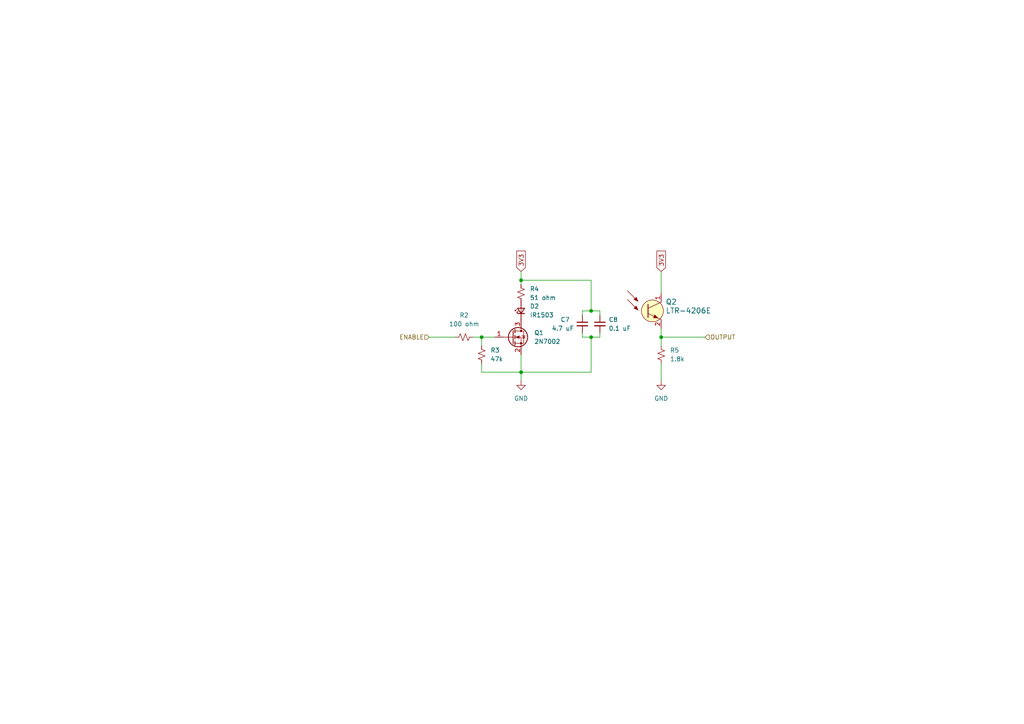
<source format=kicad_sch>
(kicad_sch (version 20230121) (generator eeschema)

  (uuid d56cd9e1-bb18-4761-9155-056c231c8704)

  (paper "A4")

  (lib_symbols
    (symbol "Device:C_Small" (pin_numbers hide) (pin_names (offset 0.254) hide) (in_bom yes) (on_board yes)
      (property "Reference" "C" (at 0.254 1.778 0)
        (effects (font (size 1.27 1.27)) (justify left))
      )
      (property "Value" "C_Small" (at 0.254 -2.032 0)
        (effects (font (size 1.27 1.27)) (justify left))
      )
      (property "Footprint" "" (at 0 0 0)
        (effects (font (size 1.27 1.27)) hide)
      )
      (property "Datasheet" "~" (at 0 0 0)
        (effects (font (size 1.27 1.27)) hide)
      )
      (property "ki_keywords" "capacitor cap" (at 0 0 0)
        (effects (font (size 1.27 1.27)) hide)
      )
      (property "ki_description" "Unpolarized capacitor, small symbol" (at 0 0 0)
        (effects (font (size 1.27 1.27)) hide)
      )
      (property "ki_fp_filters" "C_*" (at 0 0 0)
        (effects (font (size 1.27 1.27)) hide)
      )
      (symbol "C_Small_0_1"
        (polyline
          (pts
            (xy -1.524 -0.508)
            (xy 1.524 -0.508)
          )
          (stroke (width 0.3302) (type default))
          (fill (type none))
        )
        (polyline
          (pts
            (xy -1.524 0.508)
            (xy 1.524 0.508)
          )
          (stroke (width 0.3048) (type default))
          (fill (type none))
        )
      )
      (symbol "C_Small_1_1"
        (pin passive line (at 0 2.54 270) (length 2.032)
          (name "~" (effects (font (size 1.27 1.27))))
          (number "1" (effects (font (size 1.27 1.27))))
        )
        (pin passive line (at 0 -2.54 90) (length 2.032)
          (name "~" (effects (font (size 1.27 1.27))))
          (number "2" (effects (font (size 1.27 1.27))))
        )
      )
    )
    (symbol "Device:LED_Small" (pin_numbers hide) (pin_names (offset 0.254) hide) (in_bom yes) (on_board yes)
      (property "Reference" "D" (at -1.27 3.175 0)
        (effects (font (size 1.27 1.27)) (justify left))
      )
      (property "Value" "LED_Small" (at -4.445 -2.54 0)
        (effects (font (size 1.27 1.27)) (justify left))
      )
      (property "Footprint" "" (at 0 0 90)
        (effects (font (size 1.27 1.27)) hide)
      )
      (property "Datasheet" "~" (at 0 0 90)
        (effects (font (size 1.27 1.27)) hide)
      )
      (property "ki_keywords" "LED diode light-emitting-diode" (at 0 0 0)
        (effects (font (size 1.27 1.27)) hide)
      )
      (property "ki_description" "Light emitting diode, small symbol" (at 0 0 0)
        (effects (font (size 1.27 1.27)) hide)
      )
      (property "ki_fp_filters" "LED* LED_SMD:* LED_THT:*" (at 0 0 0)
        (effects (font (size 1.27 1.27)) hide)
      )
      (symbol "LED_Small_0_1"
        (polyline
          (pts
            (xy -0.762 -1.016)
            (xy -0.762 1.016)
          )
          (stroke (width 0.254) (type default))
          (fill (type none))
        )
        (polyline
          (pts
            (xy 1.016 0)
            (xy -0.762 0)
          )
          (stroke (width 0) (type default))
          (fill (type none))
        )
        (polyline
          (pts
            (xy 0.762 -1.016)
            (xy -0.762 0)
            (xy 0.762 1.016)
            (xy 0.762 -1.016)
          )
          (stroke (width 0.254) (type default))
          (fill (type none))
        )
        (polyline
          (pts
            (xy 0 0.762)
            (xy -0.508 1.27)
            (xy -0.254 1.27)
            (xy -0.508 1.27)
            (xy -0.508 1.016)
          )
          (stroke (width 0) (type default))
          (fill (type none))
        )
        (polyline
          (pts
            (xy 0.508 1.27)
            (xy 0 1.778)
            (xy 0.254 1.778)
            (xy 0 1.778)
            (xy 0 1.524)
          )
          (stroke (width 0) (type default))
          (fill (type none))
        )
      )
      (symbol "LED_Small_1_1"
        (pin passive line (at -2.54 0 0) (length 1.778)
          (name "K" (effects (font (size 1.27 1.27))))
          (number "1" (effects (font (size 1.27 1.27))))
        )
        (pin passive line (at 2.54 0 180) (length 1.778)
          (name "A" (effects (font (size 1.27 1.27))))
          (number "2" (effects (font (size 1.27 1.27))))
        )
      )
    )
    (symbol "Device:R_Small_US" (pin_numbers hide) (pin_names (offset 0.254) hide) (in_bom yes) (on_board yes)
      (property "Reference" "R" (at 0.762 0.508 0)
        (effects (font (size 1.27 1.27)) (justify left))
      )
      (property "Value" "R_Small_US" (at 0.762 -1.016 0)
        (effects (font (size 1.27 1.27)) (justify left))
      )
      (property "Footprint" "" (at 0 0 0)
        (effects (font (size 1.27 1.27)) hide)
      )
      (property "Datasheet" "~" (at 0 0 0)
        (effects (font (size 1.27 1.27)) hide)
      )
      (property "ki_keywords" "r resistor" (at 0 0 0)
        (effects (font (size 1.27 1.27)) hide)
      )
      (property "ki_description" "Resistor, small US symbol" (at 0 0 0)
        (effects (font (size 1.27 1.27)) hide)
      )
      (property "ki_fp_filters" "R_*" (at 0 0 0)
        (effects (font (size 1.27 1.27)) hide)
      )
      (symbol "R_Small_US_1_1"
        (polyline
          (pts
            (xy 0 0)
            (xy 1.016 -0.381)
            (xy 0 -0.762)
            (xy -1.016 -1.143)
            (xy 0 -1.524)
          )
          (stroke (width 0) (type default))
          (fill (type none))
        )
        (polyline
          (pts
            (xy 0 1.524)
            (xy 1.016 1.143)
            (xy 0 0.762)
            (xy -1.016 0.381)
            (xy 0 0)
          )
          (stroke (width 0) (type default))
          (fill (type none))
        )
        (pin passive line (at 0 2.54 270) (length 1.016)
          (name "~" (effects (font (size 1.27 1.27))))
          (number "1" (effects (font (size 1.27 1.27))))
        )
        (pin passive line (at 0 -2.54 90) (length 1.016)
          (name "~" (effects (font (size 1.27 1.27))))
          (number "2" (effects (font (size 1.27 1.27))))
        )
      )
    )
    (symbol "Transistor_FET:2N7002" (pin_names hide) (in_bom yes) (on_board yes)
      (property "Reference" "Q" (at 5.08 1.905 0)
        (effects (font (size 1.27 1.27)) (justify left))
      )
      (property "Value" "2N7002" (at 5.08 0 0)
        (effects (font (size 1.27 1.27)) (justify left))
      )
      (property "Footprint" "Package_TO_SOT_SMD:SOT-23" (at 5.08 -1.905 0)
        (effects (font (size 1.27 1.27) italic) (justify left) hide)
      )
      (property "Datasheet" "https://www.onsemi.com/pub/Collateral/NDS7002A-D.PDF" (at 0 0 0)
        (effects (font (size 1.27 1.27)) (justify left) hide)
      )
      (property "ki_keywords" "N-Channel Switching MOSFET" (at 0 0 0)
        (effects (font (size 1.27 1.27)) hide)
      )
      (property "ki_description" "0.115A Id, 60V Vds, N-Channel MOSFET, SOT-23" (at 0 0 0)
        (effects (font (size 1.27 1.27)) hide)
      )
      (property "ki_fp_filters" "SOT?23*" (at 0 0 0)
        (effects (font (size 1.27 1.27)) hide)
      )
      (symbol "2N7002_0_1"
        (polyline
          (pts
            (xy 0.254 0)
            (xy -2.54 0)
          )
          (stroke (width 0) (type default))
          (fill (type none))
        )
        (polyline
          (pts
            (xy 0.254 1.905)
            (xy 0.254 -1.905)
          )
          (stroke (width 0.254) (type default))
          (fill (type none))
        )
        (polyline
          (pts
            (xy 0.762 -1.27)
            (xy 0.762 -2.286)
          )
          (stroke (width 0.254) (type default))
          (fill (type none))
        )
        (polyline
          (pts
            (xy 0.762 0.508)
            (xy 0.762 -0.508)
          )
          (stroke (width 0.254) (type default))
          (fill (type none))
        )
        (polyline
          (pts
            (xy 0.762 2.286)
            (xy 0.762 1.27)
          )
          (stroke (width 0.254) (type default))
          (fill (type none))
        )
        (polyline
          (pts
            (xy 2.54 2.54)
            (xy 2.54 1.778)
          )
          (stroke (width 0) (type default))
          (fill (type none))
        )
        (polyline
          (pts
            (xy 2.54 -2.54)
            (xy 2.54 0)
            (xy 0.762 0)
          )
          (stroke (width 0) (type default))
          (fill (type none))
        )
        (polyline
          (pts
            (xy 0.762 -1.778)
            (xy 3.302 -1.778)
            (xy 3.302 1.778)
            (xy 0.762 1.778)
          )
          (stroke (width 0) (type default))
          (fill (type none))
        )
        (polyline
          (pts
            (xy 1.016 0)
            (xy 2.032 0.381)
            (xy 2.032 -0.381)
            (xy 1.016 0)
          )
          (stroke (width 0) (type default))
          (fill (type outline))
        )
        (polyline
          (pts
            (xy 2.794 0.508)
            (xy 2.921 0.381)
            (xy 3.683 0.381)
            (xy 3.81 0.254)
          )
          (stroke (width 0) (type default))
          (fill (type none))
        )
        (polyline
          (pts
            (xy 3.302 0.381)
            (xy 2.921 -0.254)
            (xy 3.683 -0.254)
            (xy 3.302 0.381)
          )
          (stroke (width 0) (type default))
          (fill (type none))
        )
        (circle (center 1.651 0) (radius 2.794)
          (stroke (width 0.254) (type default))
          (fill (type none))
        )
        (circle (center 2.54 -1.778) (radius 0.254)
          (stroke (width 0) (type default))
          (fill (type outline))
        )
        (circle (center 2.54 1.778) (radius 0.254)
          (stroke (width 0) (type default))
          (fill (type outline))
        )
      )
      (symbol "2N7002_1_1"
        (pin input line (at -5.08 0 0) (length 2.54)
          (name "G" (effects (font (size 1.27 1.27))))
          (number "1" (effects (font (size 1.27 1.27))))
        )
        (pin passive line (at 2.54 -5.08 90) (length 2.54)
          (name "S" (effects (font (size 1.27 1.27))))
          (number "2" (effects (font (size 1.27 1.27))))
        )
        (pin passive line (at 2.54 5.08 270) (length 2.54)
          (name "D" (effects (font (size 1.27 1.27))))
          (number "3" (effects (font (size 1.27 1.27))))
        )
      )
    )
    (symbol "dk_Optical-Sensors-Phototransistors:LTR-4206E" (pin_names (offset 1.016) hide) (in_bom yes) (on_board yes)
      (property "Reference" "Q" (at -2.54 5.08 0)
        (effects (font (size 1.524 1.524)))
      )
      (property "Value" "LTR-4206E" (at 5.08 0 90)
        (effects (font (size 1.524 1.524)))
      )
      (property "Footprint" "digikey-footprints:LED_3mm_Radial" (at 5.08 5.08 0)
        (effects (font (size 1.524 1.524)) (justify left) hide)
      )
      (property "Datasheet" "http://optoelectronics.liteon.com/upload/download/DS-50-92-0073/R4206E.pdf" (at 5.08 7.62 0)
        (effects (font (size 1.524 1.524)) (justify left) hide)
      )
      (property "Digi-Key_PN" "160-1030-ND" (at 5.08 10.16 0)
        (effects (font (size 1.524 1.524)) (justify left) hide)
      )
      (property "MPN" "LTR-4206E" (at 5.08 12.7 0)
        (effects (font (size 1.524 1.524)) (justify left) hide)
      )
      (property "Category" "Sensors, Transducers" (at 5.08 15.24 0)
        (effects (font (size 1.524 1.524)) (justify left) hide)
      )
      (property "Family" "Optical Sensors - Phototransistors" (at 5.08 17.78 0)
        (effects (font (size 1.524 1.524)) (justify left) hide)
      )
      (property "DK_Datasheet_Link" "http://optoelectronics.liteon.com/upload/download/DS-50-92-0073/R4206E.pdf" (at 5.08 20.32 0)
        (effects (font (size 1.524 1.524)) (justify left) hide)
      )
      (property "DK_Detail_Page" "/product-detail/en/lite-on-inc/LTR-4206E/160-1030-ND/121710" (at 5.08 22.86 0)
        (effects (font (size 1.524 1.524)) (justify left) hide)
      )
      (property "Description" "SENSOR PHOTO 940NM TOP VIEW T1" (at 5.08 25.4 0)
        (effects (font (size 1.524 1.524)) (justify left) hide)
      )
      (property "Manufacturer" "Lite-On Inc." (at 5.08 27.94 0)
        (effects (font (size 1.524 1.524)) (justify left) hide)
      )
      (property "Status" "Active" (at 5.08 30.48 0)
        (effects (font (size 1.524 1.524)) (justify left) hide)
      )
      (property "ki_keywords" "160-1030-ND" (at 0 0 0)
        (effects (font (size 1.27 1.27)) hide)
      )
      (property "ki_description" "SENSOR PHOTO 940NM TOP VIEW T1" (at 0 0 0)
        (effects (font (size 1.27 1.27)) hide)
      )
      (symbol "LTR-4206E_0_1"
        (polyline
          (pts
            (xy -7.239 3.302)
            (xy -4.953 1.016)
          )
          (stroke (width 0) (type solid))
          (fill (type none))
        )
        (polyline
          (pts
            (xy -7.239 5.842)
            (xy -4.953 3.556)
          )
          (stroke (width 0) (type solid))
          (fill (type none))
        )
        (polyline
          (pts
            (xy -1.27 -1.905)
            (xy -1.27 1.905)
          )
          (stroke (width 0.254) (type solid))
          (fill (type none))
        )
        (polyline
          (pts
            (xy -1.27 -0.762)
            (xy 2.54 -2.54)
          )
          (stroke (width 0) (type solid))
          (fill (type none))
        )
        (polyline
          (pts
            (xy -1.27 0.762)
            (xy 2.54 2.54)
          )
          (stroke (width 0) (type solid))
          (fill (type none))
        )
        (polyline
          (pts
            (xy -4.191 0.254)
            (xy -5.334 0.762)
            (xy -4.699 1.397)
            (xy -4.191 0.254)
          )
          (stroke (width 0) (type solid))
          (fill (type outline))
        )
        (polyline
          (pts
            (xy -4.191 2.794)
            (xy -5.334 3.302)
            (xy -4.699 3.937)
            (xy -4.191 2.794)
          )
          (stroke (width 0) (type solid))
          (fill (type outline))
        )
        (polyline
          (pts
            (xy 1.524 -2.032)
            (xy 0.3048 -2.032)
            (xy 0.6604 -1.1684)
            (xy 1.524 -2.032)
          )
          (stroke (width 0) (type solid))
          (fill (type outline))
        )
        (circle (center 0 0) (radius 3.175)
          (stroke (width 0) (type solid))
          (fill (type background))
        )
      )
      (symbol "LTR-4206E_1_1"
        (pin passive line (at 2.54 5.08 270) (length 2.54)
          (name "C" (effects (font (size 1.27 1.27))))
          (number "1" (effects (font (size 1.27 1.27))))
        )
        (pin passive line (at 2.54 -5.08 90) (length 2.54)
          (name "E" (effects (font (size 1.27 1.27))))
          (number "2" (effects (font (size 1.27 1.27))))
        )
      )
    )
    (symbol "power:GND" (power) (pin_names (offset 0)) (in_bom yes) (on_board yes)
      (property "Reference" "#PWR" (at 0 -6.35 0)
        (effects (font (size 1.27 1.27)) hide)
      )
      (property "Value" "GND" (at 0 -3.81 0)
        (effects (font (size 1.27 1.27)))
      )
      (property "Footprint" "" (at 0 0 0)
        (effects (font (size 1.27 1.27)) hide)
      )
      (property "Datasheet" "" (at 0 0 0)
        (effects (font (size 1.27 1.27)) hide)
      )
      (property "ki_keywords" "global power" (at 0 0 0)
        (effects (font (size 1.27 1.27)) hide)
      )
      (property "ki_description" "Power symbol creates a global label with name \"GND\" , ground" (at 0 0 0)
        (effects (font (size 1.27 1.27)) hide)
      )
      (symbol "GND_0_1"
        (polyline
          (pts
            (xy 0 0)
            (xy 0 -1.27)
            (xy 1.27 -1.27)
            (xy 0 -2.54)
            (xy -1.27 -1.27)
            (xy 0 -1.27)
          )
          (stroke (width 0) (type default))
          (fill (type none))
        )
      )
      (symbol "GND_1_1"
        (pin power_in line (at 0 0 270) (length 0) hide
          (name "GND" (effects (font (size 1.27 1.27))))
          (number "1" (effects (font (size 1.27 1.27))))
        )
      )
    )
  )

  (junction (at 191.77 97.79) (diameter 0) (color 0 0 0 0)
    (uuid 13665ee3-b379-43ce-8bb6-d344046224bd)
  )
  (junction (at 171.45 97.79) (diameter 0) (color 0 0 0 0)
    (uuid 9e2f4874-b505-4447-8ae0-9df3eeba9bed)
  )
  (junction (at 151.13 81.28) (diameter 0) (color 0 0 0 0)
    (uuid d5cee8fd-e3ae-4033-8dd8-c8939868bea6)
  )
  (junction (at 139.7 97.79) (diameter 0) (color 0 0 0 0)
    (uuid dd9c566d-ae37-426f-a57c-4c1b4ef60b4f)
  )
  (junction (at 171.45 90.17) (diameter 0) (color 0 0 0 0)
    (uuid ee0f514f-4f95-41a0-9eb8-aca9da6094e4)
  )
  (junction (at 151.13 107.95) (diameter 0) (color 0 0 0 0)
    (uuid f0e71642-8ac9-4342-991e-0fa529b854cd)
  )

  (wire (pts (xy 171.45 90.17) (xy 173.99 90.17))
    (stroke (width 0) (type default))
    (uuid 04dc1dab-306d-45a5-ba45-e8953c979ddb)
  )
  (wire (pts (xy 168.91 90.17) (xy 168.91 91.44))
    (stroke (width 0) (type default))
    (uuid 06cb6774-38fe-48ec-ae4d-08f71c06cb85)
  )
  (wire (pts (xy 171.45 97.79) (xy 171.45 107.95))
    (stroke (width 0) (type default))
    (uuid 0a893e12-091c-4d75-afe2-a4c8045faccf)
  )
  (wire (pts (xy 151.13 107.95) (xy 151.13 110.49))
    (stroke (width 0) (type default))
    (uuid 0a9821a4-e7f3-48f8-876e-3f3e936c41b7)
  )
  (wire (pts (xy 171.45 90.17) (xy 171.45 81.28))
    (stroke (width 0) (type default))
    (uuid 1170ed45-ea9e-4a7f-a727-1ae83caa3d39)
  )
  (wire (pts (xy 139.7 97.79) (xy 143.51 97.79))
    (stroke (width 0) (type default))
    (uuid 231b09f8-62ac-4976-b387-81647ddc8449)
  )
  (wire (pts (xy 191.77 95.25) (xy 191.77 97.79))
    (stroke (width 0) (type default))
    (uuid 263c2b59-b9fe-4f69-926c-0717ee248ca9)
  )
  (wire (pts (xy 191.77 97.79) (xy 191.77 100.33))
    (stroke (width 0) (type default))
    (uuid 45691d99-c94c-469c-8f7f-0fab0ee8f116)
  )
  (wire (pts (xy 151.13 81.28) (xy 171.45 81.28))
    (stroke (width 0) (type default))
    (uuid 64126c08-2c49-472e-9ebd-05a5889c96ce)
  )
  (wire (pts (xy 139.7 97.79) (xy 137.16 97.79))
    (stroke (width 0) (type default))
    (uuid 66bc710c-45f9-4a17-9f37-b2d7347f331f)
  )
  (wire (pts (xy 139.7 105.41) (xy 139.7 107.95))
    (stroke (width 0) (type default))
    (uuid 67802f6f-d555-4696-be0c-26be10afa995)
  )
  (wire (pts (xy 171.45 97.79) (xy 173.99 97.79))
    (stroke (width 0) (type default))
    (uuid 77b96ff9-aa68-49ea-a551-24da1b4d3cb1)
  )
  (wire (pts (xy 168.91 97.79) (xy 171.45 97.79))
    (stroke (width 0) (type default))
    (uuid 7aa50caa-7274-40da-a502-1e56380bf6dd)
  )
  (wire (pts (xy 151.13 78.74) (xy 151.13 81.28))
    (stroke (width 0) (type default))
    (uuid 83a75f58-8851-4f1a-91e1-3228fcd21675)
  )
  (wire (pts (xy 191.77 97.79) (xy 204.47 97.79))
    (stroke (width 0) (type default))
    (uuid 8af7616b-6837-416c-afe1-7bb6dc2bae1f)
  )
  (wire (pts (xy 171.45 107.95) (xy 151.13 107.95))
    (stroke (width 0) (type default))
    (uuid a3206ddf-082d-4c0d-b8fe-511443749491)
  )
  (wire (pts (xy 151.13 107.95) (xy 151.13 102.87))
    (stroke (width 0) (type default))
    (uuid a936027b-53a0-47a1-8908-71be8d44dd14)
  )
  (wire (pts (xy 124.46 97.79) (xy 132.08 97.79))
    (stroke (width 0) (type default))
    (uuid b4929633-db93-4909-a371-ac6da38cf106)
  )
  (wire (pts (xy 173.99 90.17) (xy 173.99 91.44))
    (stroke (width 0) (type default))
    (uuid b51f1a57-c2e7-4695-9fc8-5551106eccc7)
  )
  (wire (pts (xy 191.77 78.74) (xy 191.77 85.09))
    (stroke (width 0) (type default))
    (uuid ba74f558-02ef-42b2-9422-3032cf4124a9)
  )
  (wire (pts (xy 139.7 107.95) (xy 151.13 107.95))
    (stroke (width 0) (type default))
    (uuid c3909012-f2f1-4d17-8403-e318b70a958a)
  )
  (wire (pts (xy 151.13 81.28) (xy 151.13 82.55))
    (stroke (width 0) (type default))
    (uuid c4e6c2c4-9e16-4fea-be68-fb6fdbfb1d74)
  )
  (wire (pts (xy 168.91 97.79) (xy 168.91 96.52))
    (stroke (width 0) (type default))
    (uuid c9cc5c9e-1c57-43e5-af16-f8d3603faddd)
  )
  (wire (pts (xy 191.77 110.49) (xy 191.77 105.41))
    (stroke (width 0) (type default))
    (uuid cc9e75f9-9780-4eaa-834d-b62ee8488ae8)
  )
  (wire (pts (xy 173.99 97.79) (xy 173.99 96.52))
    (stroke (width 0) (type default))
    (uuid ea29e8c8-dcc6-48df-bdc6-78fba3eff0f1)
  )
  (wire (pts (xy 139.7 100.33) (xy 139.7 97.79))
    (stroke (width 0) (type default))
    (uuid ea5e6836-ec92-4025-89c0-30c9943b722a)
  )
  (wire (pts (xy 168.91 90.17) (xy 171.45 90.17))
    (stroke (width 0) (type default))
    (uuid f20d690d-c151-40ee-aba1-bf368ab39318)
  )

  (global_label "3V3" (shape input) (at 191.77 78.74 90) (fields_autoplaced)
    (effects (font (size 1.27 1.27)) (justify left))
    (uuid 352974f5-3d78-445f-9b62-6f27a7d6d829)
    (property "Intersheetrefs" "${INTERSHEET_REFS}" (at 191.77 72.2472 90)
      (effects (font (size 1.27 1.27)) (justify left) hide)
    )
  )
  (global_label "3V3" (shape input) (at 151.13 78.74 90) (fields_autoplaced)
    (effects (font (size 1.27 1.27)) (justify left))
    (uuid d65c0648-3c45-465a-ae82-f33b360b771e)
    (property "Intersheetrefs" "${INTERSHEET_REFS}" (at 151.13 72.2472 90)
      (effects (font (size 1.27 1.27)) (justify left) hide)
    )
  )

  (hierarchical_label "OUTPUT" (shape input) (at 204.47 97.79 0) (fields_autoplaced)
    (effects (font (size 1.27 1.27)) (justify left))
    (uuid 231cd2f7-2799-44cb-8cae-bd15fa2c01eb)
  )
  (hierarchical_label "ENABLE" (shape input) (at 124.46 97.79 180) (fields_autoplaced)
    (effects (font (size 1.27 1.27)) (justify right))
    (uuid 5a18010b-fcd8-497f-8610-75636edd6a18)
  )

  (symbol (lib_id "Device:LED_Small") (at 151.13 90.17 90) (unit 1)
    (in_bom yes) (on_board yes) (dnp no) (fields_autoplaced)
    (uuid 34f3e8a4-4fa9-4797-9756-db477d75c09a)
    (property "Reference" "D2" (at 153.67 88.8365 90)
      (effects (font (size 1.27 1.27)) (justify right))
    )
    (property "Value" "IR1503" (at 153.67 91.3765 90)
      (effects (font (size 1.27 1.27)) (justify right))
    )
    (property "Footprint" "Connector_PinHeader_2.54mm:PinHeader_1x02_P2.54mm_Vertical" (at 151.13 90.17 90)
      (effects (font (size 1.27 1.27)) hide)
    )
    (property "Datasheet" "~" (at 151.13 90.17 90)
      (effects (font (size 1.27 1.27)) hide)
    )
    (pin "2" (uuid 41e3bef6-75e4-4475-86e1-663a397b0430))
    (pin "1" (uuid 7d992d10-9898-430c-baef-f7a7322b5aef))
    (instances
      (project "micromouse"
        (path "/77cbf270-6b61-4f1a-b1cd-1a823bc4a9d0/3781c078-b9d8-475c-8a7e-c9071de7c808"
          (reference "D2") (unit 1)
        )
        (path "/77cbf270-6b61-4f1a-b1cd-1a823bc4a9d0/d53a0c2a-3d1b-4c89-908b-defcc01f0f30"
          (reference "D3") (unit 1)
        )
        (path "/77cbf270-6b61-4f1a-b1cd-1a823bc4a9d0/dc7920b5-4ae7-41c3-bfc0-fab24ea96a81"
          (reference "D4") (unit 1)
        )
        (path "/77cbf270-6b61-4f1a-b1cd-1a823bc4a9d0/06d9b408-3c13-4521-84db-aa7876770513"
          (reference "D5") (unit 1)
        )
      )
    )
  )

  (symbol (lib_id "Device:C_Small") (at 173.99 93.98 0) (unit 1)
    (in_bom yes) (on_board yes) (dnp no) (fields_autoplaced)
    (uuid 602d8026-29d0-4e0f-9363-ba69efb190f8)
    (property "Reference" "C8" (at 176.53 92.7163 0)
      (effects (font (size 1.27 1.27)) (justify left))
    )
    (property "Value" "0.1 uF" (at 176.53 95.2563 0)
      (effects (font (size 1.27 1.27)) (justify left))
    )
    (property "Footprint" "Capacitor_SMD:C_0805_2012Metric" (at 173.99 93.98 0)
      (effects (font (size 1.27 1.27)) hide)
    )
    (property "Datasheet" "~" (at 173.99 93.98 0)
      (effects (font (size 1.27 1.27)) hide)
    )
    (pin "1" (uuid b9bce5b0-659a-4992-9ede-a88e9c2bffd6))
    (pin "2" (uuid bd4ff0ff-119a-42fc-9a42-15fe338920f7))
    (instances
      (project "micromouse"
        (path "/77cbf270-6b61-4f1a-b1cd-1a823bc4a9d0/3781c078-b9d8-475c-8a7e-c9071de7c808"
          (reference "C8") (unit 1)
        )
        (path "/77cbf270-6b61-4f1a-b1cd-1a823bc4a9d0/d53a0c2a-3d1b-4c89-908b-defcc01f0f30"
          (reference "C10") (unit 1)
        )
        (path "/77cbf270-6b61-4f1a-b1cd-1a823bc4a9d0/dc7920b5-4ae7-41c3-bfc0-fab24ea96a81"
          (reference "C12") (unit 1)
        )
        (path "/77cbf270-6b61-4f1a-b1cd-1a823bc4a9d0/06d9b408-3c13-4521-84db-aa7876770513"
          (reference "C14") (unit 1)
        )
      )
    )
  )

  (symbol (lib_id "Transistor_FET:2N7002") (at 148.59 97.79 0) (unit 1)
    (in_bom yes) (on_board yes) (dnp no) (fields_autoplaced)
    (uuid 65432a6a-75fb-4de5-926d-893615071c4a)
    (property "Reference" "Q1" (at 154.94 96.52 0)
      (effects (font (size 1.27 1.27)) (justify left))
    )
    (property "Value" "2N7002" (at 154.94 99.06 0)
      (effects (font (size 1.27 1.27)) (justify left))
    )
    (property "Footprint" "Package_TO_SOT_SMD:SOT-23" (at 153.67 99.695 0)
      (effects (font (size 1.27 1.27) italic) (justify left) hide)
    )
    (property "Datasheet" "https://www.onsemi.com/pub/Collateral/NDS7002A-D.PDF" (at 148.59 97.79 0)
      (effects (font (size 1.27 1.27)) (justify left) hide)
    )
    (pin "3" (uuid 55a0bda5-760c-4cd6-b708-174712852d79))
    (pin "2" (uuid 1e9a5a6c-f687-4617-a18f-2e838c715f8c))
    (pin "1" (uuid 5ca83b1f-c0d2-4d64-b137-1c80b9bf17fc))
    (instances
      (project "micromouse"
        (path "/77cbf270-6b61-4f1a-b1cd-1a823bc4a9d0/3781c078-b9d8-475c-8a7e-c9071de7c808"
          (reference "Q1") (unit 1)
        )
        (path "/77cbf270-6b61-4f1a-b1cd-1a823bc4a9d0/d53a0c2a-3d1b-4c89-908b-defcc01f0f30"
          (reference "Q3") (unit 1)
        )
        (path "/77cbf270-6b61-4f1a-b1cd-1a823bc4a9d0/dc7920b5-4ae7-41c3-bfc0-fab24ea96a81"
          (reference "Q5") (unit 1)
        )
        (path "/77cbf270-6b61-4f1a-b1cd-1a823bc4a9d0/06d9b408-3c13-4521-84db-aa7876770513"
          (reference "Q7") (unit 1)
        )
      )
    )
  )

  (symbol (lib_id "Device:R_Small_US") (at 134.62 97.79 270) (unit 1)
    (in_bom yes) (on_board yes) (dnp no) (fields_autoplaced)
    (uuid 7604fd98-960f-4168-9ef2-36bcb627f7fc)
    (property "Reference" "R2" (at 134.62 91.44 90)
      (effects (font (size 1.27 1.27)))
    )
    (property "Value" "100 ohm" (at 134.62 93.98 90)
      (effects (font (size 1.27 1.27)))
    )
    (property "Footprint" "Resistor_SMD:R_0805_2012Metric" (at 134.62 97.79 0)
      (effects (font (size 1.27 1.27)) hide)
    )
    (property "Datasheet" "~" (at 134.62 97.79 0)
      (effects (font (size 1.27 1.27)) hide)
    )
    (pin "2" (uuid b8172749-8fb3-4627-b178-0c7f0803afca))
    (pin "1" (uuid 43ba2aa3-61be-4533-801e-5dfe7f918296))
    (instances
      (project "micromouse"
        (path "/77cbf270-6b61-4f1a-b1cd-1a823bc4a9d0/3781c078-b9d8-475c-8a7e-c9071de7c808"
          (reference "R2") (unit 1)
        )
        (path "/77cbf270-6b61-4f1a-b1cd-1a823bc4a9d0/d53a0c2a-3d1b-4c89-908b-defcc01f0f30"
          (reference "R6") (unit 1)
        )
        (path "/77cbf270-6b61-4f1a-b1cd-1a823bc4a9d0/dc7920b5-4ae7-41c3-bfc0-fab24ea96a81"
          (reference "R10") (unit 1)
        )
        (path "/77cbf270-6b61-4f1a-b1cd-1a823bc4a9d0/06d9b408-3c13-4521-84db-aa7876770513"
          (reference "R14") (unit 1)
        )
      )
    )
  )

  (symbol (lib_id "power:GND") (at 151.13 110.49 0) (unit 1)
    (in_bom yes) (on_board yes) (dnp no) (fields_autoplaced)
    (uuid 8b429d07-59b6-43c1-90c1-c157886db2fc)
    (property "Reference" "#PWR06" (at 151.13 116.84 0)
      (effects (font (size 1.27 1.27)) hide)
    )
    (property "Value" "GND" (at 151.13 115.57 0)
      (effects (font (size 1.27 1.27)))
    )
    (property "Footprint" "" (at 151.13 110.49 0)
      (effects (font (size 1.27 1.27)) hide)
    )
    (property "Datasheet" "" (at 151.13 110.49 0)
      (effects (font (size 1.27 1.27)) hide)
    )
    (pin "1" (uuid affff124-e30c-4b15-931c-de7e82fc0a0f))
    (instances
      (project "micromouse"
        (path "/77cbf270-6b61-4f1a-b1cd-1a823bc4a9d0/3781c078-b9d8-475c-8a7e-c9071de7c808"
          (reference "#PWR06") (unit 1)
        )
        (path "/77cbf270-6b61-4f1a-b1cd-1a823bc4a9d0/d53a0c2a-3d1b-4c89-908b-defcc01f0f30"
          (reference "#PWR08") (unit 1)
        )
        (path "/77cbf270-6b61-4f1a-b1cd-1a823bc4a9d0/dc7920b5-4ae7-41c3-bfc0-fab24ea96a81"
          (reference "#PWR010") (unit 1)
        )
        (path "/77cbf270-6b61-4f1a-b1cd-1a823bc4a9d0/06d9b408-3c13-4521-84db-aa7876770513"
          (reference "#PWR012") (unit 1)
        )
      )
    )
  )

  (symbol (lib_id "dk_Optical-Sensors-Phototransistors:LTR-4206E") (at 189.23 90.17 0) (unit 1)
    (in_bom yes) (on_board yes) (dnp no) (fields_autoplaced)
    (uuid 96db0039-2f58-4d63-8131-a48f6a164793)
    (property "Reference" "Q2" (at 193.04 87.5665 0)
      (effects (font (size 1.524 1.524)) (justify left))
    )
    (property "Value" "LTR-4206E" (at 193.04 90.1065 0)
      (effects (font (size 1.524 1.524)) (justify left))
    )
    (property "Footprint" "digikey-footprints:LED_3mm_Radial" (at 194.31 85.09 0)
      (effects (font (size 1.524 1.524)) (justify left) hide)
    )
    (property "Datasheet" "http://optoelectronics.liteon.com/upload/download/DS-50-92-0073/R4206E.pdf" (at 194.31 82.55 0)
      (effects (font (size 1.524 1.524)) (justify left) hide)
    )
    (property "Digi-Key_PN" "160-1030-ND" (at 194.31 80.01 0)
      (effects (font (size 1.524 1.524)) (justify left) hide)
    )
    (property "MPN" "LTR-4206E" (at 194.31 77.47 0)
      (effects (font (size 1.524 1.524)) (justify left) hide)
    )
    (property "Category" "Sensors, Transducers" (at 194.31 74.93 0)
      (effects (font (size 1.524 1.524)) (justify left) hide)
    )
    (property "Family" "Optical Sensors - Phototransistors" (at 194.31 72.39 0)
      (effects (font (size 1.524 1.524)) (justify left) hide)
    )
    (property "DK_Datasheet_Link" "http://optoelectronics.liteon.com/upload/download/DS-50-92-0073/R4206E.pdf" (at 194.31 69.85 0)
      (effects (font (size 1.524 1.524)) (justify left) hide)
    )
    (property "DK_Detail_Page" "/product-detail/en/lite-on-inc/LTR-4206E/160-1030-ND/121710" (at 194.31 67.31 0)
      (effects (font (size 1.524 1.524)) (justify left) hide)
    )
    (property "Description" "SENSOR PHOTO 940NM TOP VIEW T1" (at 194.31 64.77 0)
      (effects (font (size 1.524 1.524)) (justify left) hide)
    )
    (property "Manufacturer" "Lite-On Inc." (at 194.31 62.23 0)
      (effects (font (size 1.524 1.524)) (justify left) hide)
    )
    (property "Status" "Active" (at 194.31 59.69 0)
      (effects (font (size 1.524 1.524)) (justify left) hide)
    )
    (pin "1" (uuid c07e02dd-88b7-49a8-a85e-f71e5e1633ab))
    (pin "2" (uuid 5610169c-da88-42d4-8003-0b1bd15bbb38))
    (instances
      (project "micromouse"
        (path "/77cbf270-6b61-4f1a-b1cd-1a823bc4a9d0/3781c078-b9d8-475c-8a7e-c9071de7c808"
          (reference "Q2") (unit 1)
        )
        (path "/77cbf270-6b61-4f1a-b1cd-1a823bc4a9d0/d53a0c2a-3d1b-4c89-908b-defcc01f0f30"
          (reference "Q4") (unit 1)
        )
        (path "/77cbf270-6b61-4f1a-b1cd-1a823bc4a9d0/dc7920b5-4ae7-41c3-bfc0-fab24ea96a81"
          (reference "Q6") (unit 1)
        )
        (path "/77cbf270-6b61-4f1a-b1cd-1a823bc4a9d0/06d9b408-3c13-4521-84db-aa7876770513"
          (reference "Q8") (unit 1)
        )
      )
    )
  )

  (symbol (lib_id "power:GND") (at 191.77 110.49 0) (unit 1)
    (in_bom yes) (on_board yes) (dnp no) (fields_autoplaced)
    (uuid a78f75f3-7b64-42b0-8451-d1bf83d3823f)
    (property "Reference" "#PWR07" (at 191.77 116.84 0)
      (effects (font (size 1.27 1.27)) hide)
    )
    (property "Value" "GND" (at 191.77 115.57 0)
      (effects (font (size 1.27 1.27)))
    )
    (property "Footprint" "" (at 191.77 110.49 0)
      (effects (font (size 1.27 1.27)) hide)
    )
    (property "Datasheet" "" (at 191.77 110.49 0)
      (effects (font (size 1.27 1.27)) hide)
    )
    (pin "1" (uuid 26357f81-17a6-4b83-8c36-15c5d15354c0))
    (instances
      (project "micromouse"
        (path "/77cbf270-6b61-4f1a-b1cd-1a823bc4a9d0/3781c078-b9d8-475c-8a7e-c9071de7c808"
          (reference "#PWR07") (unit 1)
        )
        (path "/77cbf270-6b61-4f1a-b1cd-1a823bc4a9d0/d53a0c2a-3d1b-4c89-908b-defcc01f0f30"
          (reference "#PWR09") (unit 1)
        )
        (path "/77cbf270-6b61-4f1a-b1cd-1a823bc4a9d0/dc7920b5-4ae7-41c3-bfc0-fab24ea96a81"
          (reference "#PWR011") (unit 1)
        )
        (path "/77cbf270-6b61-4f1a-b1cd-1a823bc4a9d0/06d9b408-3c13-4521-84db-aa7876770513"
          (reference "#PWR013") (unit 1)
        )
      )
    )
  )

  (symbol (lib_id "Device:R_Small_US") (at 151.13 85.09 0) (unit 1)
    (in_bom yes) (on_board yes) (dnp no) (fields_autoplaced)
    (uuid bd72c518-8859-484b-be69-231f9f164f2c)
    (property "Reference" "R4" (at 153.67 83.82 0)
      (effects (font (size 1.27 1.27)) (justify left))
    )
    (property "Value" "51 ohm" (at 153.67 86.36 0)
      (effects (font (size 1.27 1.27)) (justify left))
    )
    (property "Footprint" "Resistor_SMD:R_0805_2012Metric" (at 151.13 85.09 0)
      (effects (font (size 1.27 1.27)) hide)
    )
    (property "Datasheet" "~" (at 151.13 85.09 0)
      (effects (font (size 1.27 1.27)) hide)
    )
    (pin "2" (uuid c42f28cd-223f-4f8f-8380-34b0fcffd5f7))
    (pin "1" (uuid 6f60cf51-1a0d-47f5-98fb-69129bc3545a))
    (instances
      (project "micromouse"
        (path "/77cbf270-6b61-4f1a-b1cd-1a823bc4a9d0/3781c078-b9d8-475c-8a7e-c9071de7c808"
          (reference "R4") (unit 1)
        )
        (path "/77cbf270-6b61-4f1a-b1cd-1a823bc4a9d0/d53a0c2a-3d1b-4c89-908b-defcc01f0f30"
          (reference "R8") (unit 1)
        )
        (path "/77cbf270-6b61-4f1a-b1cd-1a823bc4a9d0/dc7920b5-4ae7-41c3-bfc0-fab24ea96a81"
          (reference "R12") (unit 1)
        )
        (path "/77cbf270-6b61-4f1a-b1cd-1a823bc4a9d0/06d9b408-3c13-4521-84db-aa7876770513"
          (reference "R16") (unit 1)
        )
      )
    )
  )

  (symbol (lib_id "Device:R_Small_US") (at 139.7 102.87 0) (unit 1)
    (in_bom yes) (on_board yes) (dnp no) (fields_autoplaced)
    (uuid c311be92-5eaa-445d-9cd9-b38ccc597994)
    (property "Reference" "R3" (at 142.24 101.6 0)
      (effects (font (size 1.27 1.27)) (justify left))
    )
    (property "Value" "47k" (at 142.24 104.14 0)
      (effects (font (size 1.27 1.27)) (justify left))
    )
    (property "Footprint" "Resistor_SMD:R_0805_2012Metric" (at 139.7 102.87 0)
      (effects (font (size 1.27 1.27)) hide)
    )
    (property "Datasheet" "~" (at 139.7 102.87 0)
      (effects (font (size 1.27 1.27)) hide)
    )
    (pin "2" (uuid f3394369-83df-486f-8a78-0dd1c4dd1cae))
    (pin "1" (uuid fe6c45b9-c5ee-4796-b5ef-efeeb2d658e9))
    (instances
      (project "micromouse"
        (path "/77cbf270-6b61-4f1a-b1cd-1a823bc4a9d0/3781c078-b9d8-475c-8a7e-c9071de7c808"
          (reference "R3") (unit 1)
        )
        (path "/77cbf270-6b61-4f1a-b1cd-1a823bc4a9d0/d53a0c2a-3d1b-4c89-908b-defcc01f0f30"
          (reference "R7") (unit 1)
        )
        (path "/77cbf270-6b61-4f1a-b1cd-1a823bc4a9d0/dc7920b5-4ae7-41c3-bfc0-fab24ea96a81"
          (reference "R11") (unit 1)
        )
        (path "/77cbf270-6b61-4f1a-b1cd-1a823bc4a9d0/06d9b408-3c13-4521-84db-aa7876770513"
          (reference "R15") (unit 1)
        )
      )
    )
  )

  (symbol (lib_id "Device:C_Small") (at 168.91 93.98 0) (unit 1)
    (in_bom yes) (on_board yes) (dnp no)
    (uuid cbb88970-66f9-4793-a02d-6016b75e4fd5)
    (property "Reference" "C7" (at 162.56 92.71 0)
      (effects (font (size 1.27 1.27)) (justify left))
    )
    (property "Value" "4.7 uF" (at 160.02 95.25 0)
      (effects (font (size 1.27 1.27)) (justify left))
    )
    (property "Footprint" "Capacitor_SMD:C_0805_2012Metric" (at 168.91 93.98 0)
      (effects (font (size 1.27 1.27)) hide)
    )
    (property "Datasheet" "~" (at 168.91 93.98 0)
      (effects (font (size 1.27 1.27)) hide)
    )
    (pin "1" (uuid bea74bc8-0e7b-47a5-89ce-a1ab5ca52d92))
    (pin "2" (uuid 83392d04-c89d-4596-8159-662d2cebda7c))
    (instances
      (project "micromouse"
        (path "/77cbf270-6b61-4f1a-b1cd-1a823bc4a9d0/3781c078-b9d8-475c-8a7e-c9071de7c808"
          (reference "C7") (unit 1)
        )
        (path "/77cbf270-6b61-4f1a-b1cd-1a823bc4a9d0/d53a0c2a-3d1b-4c89-908b-defcc01f0f30"
          (reference "C9") (unit 1)
        )
        (path "/77cbf270-6b61-4f1a-b1cd-1a823bc4a9d0/dc7920b5-4ae7-41c3-bfc0-fab24ea96a81"
          (reference "C11") (unit 1)
        )
        (path "/77cbf270-6b61-4f1a-b1cd-1a823bc4a9d0/06d9b408-3c13-4521-84db-aa7876770513"
          (reference "C13") (unit 1)
        )
      )
    )
  )

  (symbol (lib_id "Device:R_Small_US") (at 191.77 102.87 0) (unit 1)
    (in_bom yes) (on_board yes) (dnp no) (fields_autoplaced)
    (uuid fb37b92c-ebbe-4397-9802-61c9e1e6cbde)
    (property "Reference" "R5" (at 194.31 101.6 0)
      (effects (font (size 1.27 1.27)) (justify left))
    )
    (property "Value" "1.8k" (at 194.31 104.14 0)
      (effects (font (size 1.27 1.27)) (justify left))
    )
    (property "Footprint" "Resistor_SMD:R_0805_2012Metric" (at 191.77 102.87 0)
      (effects (font (size 1.27 1.27)) hide)
    )
    (property "Datasheet" "~" (at 191.77 102.87 0)
      (effects (font (size 1.27 1.27)) hide)
    )
    (pin "2" (uuid 3b4c99b1-8490-4d4a-8513-6a6444e197f5))
    (pin "1" (uuid 7c2be602-fc86-4a42-b463-45c10918e507))
    (instances
      (project "micromouse"
        (path "/77cbf270-6b61-4f1a-b1cd-1a823bc4a9d0/3781c078-b9d8-475c-8a7e-c9071de7c808"
          (reference "R5") (unit 1)
        )
        (path "/77cbf270-6b61-4f1a-b1cd-1a823bc4a9d0/d53a0c2a-3d1b-4c89-908b-defcc01f0f30"
          (reference "R9") (unit 1)
        )
        (path "/77cbf270-6b61-4f1a-b1cd-1a823bc4a9d0/dc7920b5-4ae7-41c3-bfc0-fab24ea96a81"
          (reference "R13") (unit 1)
        )
        (path "/77cbf270-6b61-4f1a-b1cd-1a823bc4a9d0/06d9b408-3c13-4521-84db-aa7876770513"
          (reference "R17") (unit 1)
        )
      )
    )
  )
)

</source>
